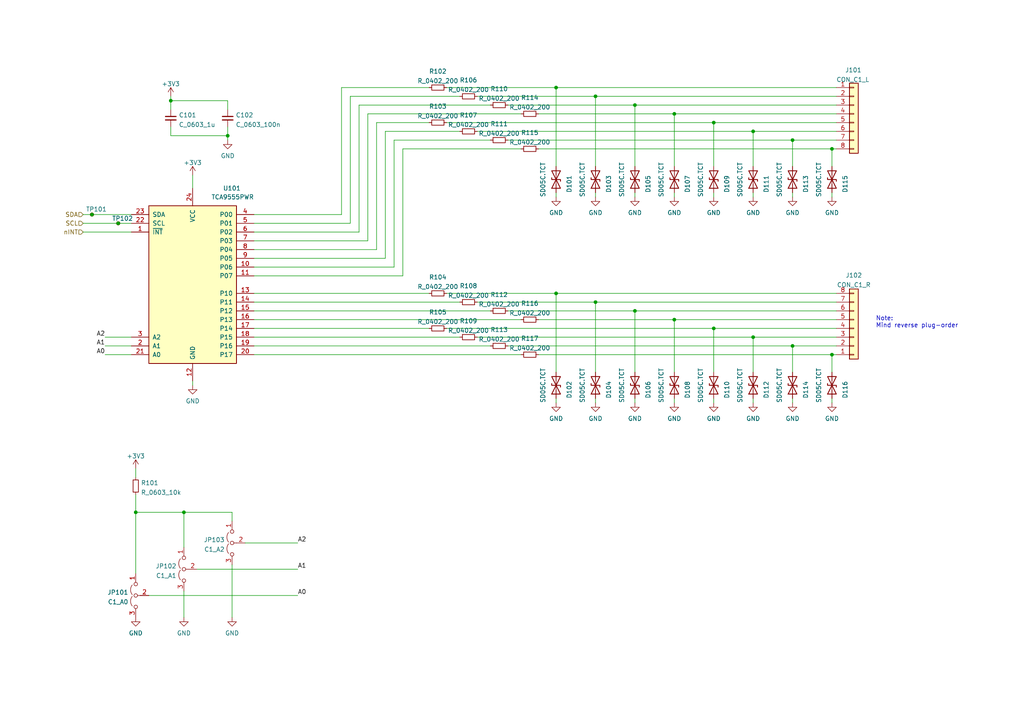
<source format=kicad_sch>
(kicad_sch (version 20231120) (generator "eeschema") (generator_version "8.0")
  (paper "A4")
  (title_block (title "ClickBoard Tester") (date "2023-10-13") (rev "001") (company "Matthias Timo Finding"))
  (lib_symbols
    (symbol "Connector:TestPoint_Small" (pin_numbers hide) (pin_names (offset 0.762) hide)
      (property "Reference" "TP" (at 0 3.81 0))
      (property "Value" "TestPoint_Small" (at 0 2.032 0))
      (symbol "TestPoint_Small_0_1"
        (circle (center 0 0) (radius 0.508))
      )
      (symbol "TestPoint_Small_1_1"
        (pin passive line (at 0 0 90) (length 0) (name "1") (number "1"))
      )
    )
    (symbol "Connector_Generic:Conn_01x08" (pin_names (offset 1.016) hide)
      (property "Reference" "J" (at 0 10.16 0))
      (property "Value" "Conn_01x08" (at 0 -12.7 0))
      (symbol "Conn_01x08_1_1"
        (rectangle (start -1.27 -10.033) (end 0 -10.287) (stroke (width 0.1524)))
        (rectangle (start -1.27 -7.493) (end 0 -7.747) (stroke (width 0.1524)))
        (rectangle (start -1.27 -4.953) (end 0 -5.207) (stroke (width 0.1524)))
        (rectangle (start -1.27 -2.413) (end 0 -2.667) (stroke (width 0.1524)))
        (rectangle (start -1.27 0.127) (end 0 -0.127) (stroke (width 0.1524)))
        (rectangle (start -1.27 2.667) (end 0 2.413) (stroke (width 0.1524)))
        (rectangle (start -1.27 5.207) (end 0 4.953) (stroke (width 0.1524)))
        (rectangle (start -1.27 7.747) (end 0 7.493) (stroke (width 0.1524)))
        (rectangle (start -1.27 8.89) (end 1.27 -11.43) (stroke (width 0.254)) (fill (type background)))
        (pin passive line (at -5.08 7.62 0) (length 3.81) (name "Pin_1") (number "1"))
        (pin passive line (at -5.08 5.08 0) (length 3.81) (name "Pin_2") (number "2"))
        (pin passive line (at -5.08 2.54 0) (length 3.81) (name "Pin_3") (number "3"))
        (pin passive line (at -5.08 0 0) (length 3.81) (name "Pin_4") (number "4"))
        (pin passive line (at -5.08 -2.54 0) (length 3.81) (name "Pin_5") (number "5"))
        (pin passive line (at -5.08 -5.08 0) (length 3.81) (name "Pin_6") (number "6"))
        (pin passive line (at -5.08 -7.62 0) (length 3.81) (name "Pin_7") (number "7"))
        (pin passive line (at -5.08 -10.16 0) (length 3.81) (name "Pin_8") (number "8"))
      )
    )
    (symbol "Device:D_TVS" (pin_numbers hide) (pin_names (offset 1.016) hide)
      (property "Reference" "D" (at 0 2.54 0))
      (property "Value" "D_TVS" (at 0 -2.54 0))
      (symbol "D_TVS_0_1"
        (polyline (pts (xy 1.27 0) (xy -1.27 0)))
        (polyline (pts (xy 0.508 1.27) (xy 0 1.27) (xy 0 -1.27) (xy -0.508 -1.27)) (stroke (width 0.254)))
        (polyline (pts (xy -2.54 1.27) (xy -2.54 -1.27) (xy 2.54 1.27) (xy 2.54 -1.27) (xy -2.54 1.27)) (stroke (width 0.254)))
      )
      (symbol "D_TVS_1_1"
        (pin passive line (at -3.81 0 0) (length 2.54) (name "A1") (number "1"))
        (pin passive line (at 3.81 0 180) (length 2.54) (name "A2") (number "2"))
      )
    )
    (symbol "Interface_Expansion:TCA9555PWR" (pin_names (offset 1.016))
      (property "Reference" "U" (at -11.43 24.13 0))
      (property "Value" "TCA9555PWR" (at 0 0 0))
      (symbol "TCA9555PWR_0_1"
        (rectangle (start -12.7 22.86) (end 12.7 -22.86) (stroke (width 0.254)) (fill (type background)))
      )
      (symbol "TCA9555PWR_1_1"
        (pin open_collector line (at -17.78 15.24 0) (length 5.08) (name "~{INT}") (number "1"))
        (pin bidirectional line (at 17.78 5.08 180) (length 5.08) (name "P06") (number "10"))
        (pin bidirectional line (at 17.78 2.54 180) (length 5.08) (name "P07") (number "11"))
        (pin power_in line (at 0 -27.94 90) (length 5.08) (name "GND") (number "12"))
        (pin bidirectional line (at 17.78 -2.54 180) (length 5.08) (name "P10") (number "13"))
        (pin bidirectional line (at 17.78 -5.08 180) (length 5.08) (name "P11") (number "14"))
        (pin bidirectional line (at 17.78 -7.62 180) (length 5.08) (name "P12") (number "15"))
        (pin bidirectional line (at 17.78 -10.16 180) (length 5.08) (name "P13") (number "16"))
        (pin bidirectional line (at 17.78 -12.7 180) (length 5.08) (name "P14") (number "17"))
        (pin bidirectional line (at 17.78 -15.24 180) (length 5.08) (name "P15") (number "18"))
        (pin bidirectional line (at 17.78 -17.78 180) (length 5.08) (name "P16") (number "19"))
        (pin input line (at -17.78 -17.78 0) (length 5.08) (name "A1") (number "2"))
        (pin bidirectional line (at 17.78 -20.32 180) (length 5.08) (name "P17") (number "20"))
        (pin input line (at -17.78 -20.32 0) (length 5.08) (name "A0") (number "21"))
        (pin input line (at -17.78 17.78 0) (length 5.08) (name "SCL") (number "22"))
        (pin bidirectional line (at -17.78 20.32 0) (length 5.08) (name "SDA") (number "23"))
        (pin power_in line (at 0 27.94 270) (length 5.08) (name "VCC") (number "24"))
        (pin input line (at -17.78 -15.24 0) (length 5.08) (name "A2") (number "3"))
        (pin bidirectional line (at 17.78 20.32 180) (length 5.08) (name "P00") (number "4"))
        (pin bidirectional line (at 17.78 17.78 180) (length 5.08) (name "P01") (number "5"))
        (pin bidirectional line (at 17.78 15.24 180) (length 5.08) (name "P02") (number "6"))
        (pin bidirectional line (at 17.78 12.7 180) (length 5.08) (name "P03") (number "7"))
        (pin bidirectional line (at 17.78 10.16 180) (length 5.08) (name "P04") (number "8"))
        (pin bidirectional line (at 17.78 7.62 180) (length 5.08) (name "P05") (number "9"))
      )
    )
    (symbol "JLCPCB_Capacitors_Basic:C_0603_100n" (pin_numbers hide) (pin_names (offset 0.254) hide)
      (property "Reference" "C" (at 0.762 0.508 0))
      (property "Value" "C_0603_100n" (at 0.254 -2.032 0))
      (symbol "C_0603_100n_0_1"
        (polyline (pts (xy -1.524 -0.508) (xy 1.524 -0.508)) (stroke (width 0.3302)))
        (polyline (pts (xy -1.524 0.508) (xy 1.524 0.508)) (stroke (width 0.3302)))
      )
      (symbol "C_0603_100n_1_1"
        (pin passive line (at 0 2.54 270) (length 2.032) (name "~") (number "1"))
        (pin passive line (at 0 -2.54 90) (length 2.032) (name "~") (number "2"))
      )
    )
    (symbol "JLCPCB_Capacitors_Basic:C_0603_1u" (pin_numbers hide) (pin_names (offset 0.254) hide)
      (property "Reference" "C" (at 0.762 0.508 0))
      (property "Value" "C_0603_1u" (at 0.254 -2.032 0))
      (symbol "C_0603_1u_0_1"
        (polyline (pts (xy -1.524 -0.508) (xy 1.524 -0.508)) (stroke (width 0.3302)))
        (polyline (pts (xy -1.524 0.508) (xy 1.524 0.508)) (stroke (width 0.3302)))
      )
      (symbol "C_0603_1u_1_1"
        (pin passive line (at 0 2.54 270) (length 2.032) (name "~") (number "1"))
        (pin passive line (at 0 -2.54 90) (length 2.032) (name "~") (number "2"))
      )
    )
    (symbol "JLCPCB_Resistors_Basic:R_0402_200" (pin_numbers hide) (pin_names (offset 0.254) hide)
      (property "Reference" "R" (at 0.762 0.508 0))
      (property "Value" "R_0402_200" (at 0.762 -1.016 0))
      (symbol "R_0402_200_0_1"
        (rectangle (start -0.762 1.778) (end 0.762 -1.778) (stroke (width 0.2032)))
      )
      (symbol "R_0402_200_1_1"
        (pin passive line (at 0 2.54 270) (length 0.762) (name "") (number "1"))
        (pin passive line (at 0 -2.54 90) (length 0.762) (name "~") (number "2"))
      )
    )
    (symbol "JLCPCB_Resistors_Basic:R_0603_10k" (pin_numbers hide) (pin_names (offset 0.254) hide)
      (property "Reference" "R" (at 0.762 0.508 0))
      (property "Value" "R_0603_10k" (at 0.762 -1.016 0))
      (symbol "R_0603_10k_0_1"
        (rectangle (start -0.762 1.778) (end 0.762 -1.778) (stroke (width 0.2032)))
      )
      (symbol "R_0603_10k_1_1"
        (pin passive line (at 0 2.54 270) (length 0.762) (name "") (number "1"))
        (pin passive line (at 0 -2.54 90) (length 0.762) (name "~") (number "2"))
      )
    )
    (symbol "Jumper:Jumper_3_Open" (pin_names (offset 0) hide)
      (property "Reference" "JP" (at -2.54 -2.54 0))
      (property "Value" "Jumper_3_Open" (at 0 2.794 0))
      (symbol "Jumper_3_Open_0_0"
        (circle (center -3.302 0) (radius 0.508))
        (circle (center 0 0) (radius 0.508))
        (circle (center 3.302 0) (radius 0.508))
      )
      (symbol "Jumper_3_Open_0_1"
        (arc (start -0.254 1.016) (mid -1.651 1.4992) (end -3.048 1.016))
        (polyline (pts (xy 0 -0.508) (xy 0 -1.27)))
        (arc (start 3.048 1.016) (mid 1.651 1.4992) (end 0.254 1.016))
      )
      (symbol "Jumper_3_Open_1_1"
        (pin passive line (at -6.35 0 0) (length 2.54) (name "A") (number "1"))
        (pin input line (at 0 -3.81 90) (length 2.54) (name "C") (number "2"))
        (pin passive line (at 6.35 0 180) (length 2.54) (name "B") (number "3"))
      )
    )
    (symbol "power:+3V3" (power) (pin_names (offset 0))
      (property "Value" "+3V3" (at 0 3.556 0))
      (symbol "+3V3_0_1"
        (polyline (pts (xy -0.762 1.27) (xy 0 2.54)))
        (polyline (pts (xy 0 0) (xy 0 2.54)))
        (polyline (pts (xy 0 2.54) (xy 0.762 1.27)))
      )
      (symbol "+3V3_1_1"
        (pin power_in line (at 0 0 90) (length 0) hide (name "+3V3") (number "1"))
      )
    )
    (symbol "power:GND" (power) (pin_names (offset 0))
      (property "Value" "GND" (at 0 -3.81 0))
      (symbol "GND_0_1"
        (polyline (pts (xy 0 0) (xy 0 -1.27) (xy 1.27 -1.27) (xy 0 -2.54) (xy -1.27 -1.27) (xy 0 -1.27)))
      )
      (symbol "GND_1_1"
        (pin power_in line (at 0 0 270) (length 0) hide (name "GND") (number "1"))
      )
    )
  )
  (junction (at 218.44 38.1))
  (junction (at 34.29 64.77))
  (junction (at 161.29 85.09))
  (junction (at 241.3 43.18))
  (junction (at 195.58 92.71))
  (junction (at 195.58 33.02))
  (junction (at 172.72 27.94))
  (junction (at 49.53 29.21))
  (junction (at 53.34 148.59))
  (junction (at 229.87 100.33))
  (junction (at 66.04 39.37))
  (junction (at 207.01 95.25))
  (junction (at 161.29 25.4))
  (junction (at 184.15 30.48))
  (junction (at 184.15 90.17))
  (junction (at 218.44 97.79))
  (junction (at 207.01 35.56))
  (junction (at 229.87 40.64))
  (junction (at 241.3 102.87))
  (junction (at 26.67 62.23))
  (junction (at 172.72 87.63))
  (junction (at 39.37 148.59))
  (wire (pts (xy 241.3 102.87) (xy 241.3 107.95)))
  (wire (pts (xy 184.15 90.17) (xy 184.15 107.95)))
  (wire (pts (xy 129.54 95.25) (xy 207.01 95.25)))
  (wire (pts (xy 242.57 40.64) (xy 229.87 40.64)))
  (wire (pts (xy 67.31 163.83) (xy 67.31 179.07)))
  (wire (pts (xy 73.66 64.77) (xy 101.6 64.77)))
  (wire (pts (xy 161.29 55.88) (xy 161.29 57.15)))
  (wire (pts (xy 39.37 166.37) (xy 39.37 148.59)))
  (wire (pts (xy 138.43 38.1) (xy 218.44 38.1)))
  (wire (pts (xy 218.44 38.1) (xy 218.44 48.26)))
  (wire (pts (xy 49.53 29.21) (xy 49.53 31.75)))
  (wire (pts (xy 24.13 67.31) (xy 38.1 67.31)))
  (wire (pts (xy 73.66 62.23) (xy 99.06 62.23)))
  (wire (pts (xy 147.32 90.17) (xy 184.15 90.17)))
  (wire (pts (xy 156.21 43.18) (xy 241.3 43.18)))
  (wire (pts (xy 99.06 25.4) (xy 124.46 25.4)))
  (wire (pts (xy 242.57 30.48) (xy 184.15 30.48)))
  (wire (pts (xy 195.58 33.02) (xy 242.57 33.02)))
  (wire (pts (xy 66.04 39.37) (xy 66.04 40.64)))
  (wire (pts (xy 73.66 80.01) (xy 116.84 80.01)))
  (wire (pts (xy 39.37 148.59) (xy 53.34 148.59)))
  (wire (pts (xy 172.72 27.94) (xy 172.72 48.26)))
  (wire (pts (xy 49.53 36.83) (xy 49.53 39.37)))
  (wire (pts (xy 218.44 97.79) (xy 242.57 97.79)))
  (wire (pts (xy 67.31 151.13) (xy 67.31 148.59)))
  (wire (pts (xy 161.29 25.4) (xy 161.29 48.26)))
  (wire (pts (xy 66.04 31.75) (xy 66.04 29.21)))
  (wire (pts (xy 138.43 27.94) (xy 172.72 27.94)))
  (wire (pts (xy 26.67 62.23) (xy 38.1 62.23)))
  (wire (pts (xy 30.48 97.79) (xy 38.1 97.79)))
  (wire (pts (xy 66.04 29.21) (xy 49.53 29.21)))
  (wire (pts (xy 101.6 64.77) (xy 101.6 27.94)))
  (wire (pts (xy 147.32 100.33) (xy 229.87 100.33)))
  (wire (pts (xy 242.57 95.25) (xy 207.01 95.25)))
  (wire (pts (xy 111.76 38.1) (xy 133.35 38.1)))
  (wire (pts (xy 73.66 69.85) (xy 106.68 69.85)))
  (wire (pts (xy 106.68 69.85) (xy 106.68 33.02)))
  (wire (pts (xy 73.66 67.31) (xy 104.14 67.31)))
  (wire (pts (xy 73.66 90.17) (xy 142.24 90.17)))
  (wire (pts (xy 218.44 55.88) (xy 218.44 57.15)))
  (wire (pts (xy 207.01 115.57) (xy 207.01 116.84)))
  (wire (pts (xy 114.3 40.64) (xy 142.24 40.64)))
  (wire (pts (xy 116.84 43.18) (xy 151.13 43.18)))
  (wire (pts (xy 242.57 35.56) (xy 207.01 35.56)))
  (wire (pts (xy 24.13 62.23) (xy 26.67 62.23)))
  (wire (pts (xy 49.53 39.37) (xy 66.04 39.37)))
  (wire (pts (xy 207.01 35.56) (xy 207.01 48.26)))
  (wire (pts (xy 43.18 172.72) (xy 86.36 172.72)))
  (wire (pts (xy 195.58 92.71) (xy 242.57 92.71)))
  (wire (pts (xy 53.34 148.59) (xy 53.34 158.75)))
  (wire (pts (xy 195.58 55.88) (xy 195.58 57.15)))
  (wire (pts (xy 73.66 102.87) (xy 151.13 102.87)))
  (wire (pts (xy 241.3 115.57) (xy 241.3 116.84)))
  (wire (pts (xy 129.54 85.09) (xy 161.29 85.09)))
  (wire (pts (xy 66.04 39.37) (xy 66.04 36.83)))
  (wire (pts (xy 129.54 25.4) (xy 161.29 25.4)))
  (wire (pts (xy 114.3 40.64) (xy 114.3 77.47)))
  (wire (pts (xy 218.44 97.79) (xy 218.44 107.95)))
  (wire (pts (xy 207.01 55.88) (xy 207.01 57.15)))
  (wire (pts (xy 71.12 157.48) (xy 86.36 157.48)))
  (wire (pts (xy 156.21 92.71) (xy 195.58 92.71)))
  (wire (pts (xy 172.72 87.63) (xy 242.57 87.63)))
  (wire (pts (xy 39.37 138.43) (xy 39.37 135.89)))
  (wire (pts (xy 49.53 27.94) (xy 49.53 29.21)))
  (wire (pts (xy 129.54 35.56) (xy 207.01 35.56)))
  (wire (pts (xy 172.72 87.63) (xy 172.72 107.95)))
  (wire (pts (xy 161.29 115.57) (xy 161.29 116.84)))
  (wire (pts (xy 73.66 97.79) (xy 133.35 97.79)))
  (wire (pts (xy 161.29 85.09) (xy 161.29 107.95)))
  (wire (pts (xy 109.22 35.56) (xy 109.22 72.39)))
  (wire (pts (xy 195.58 115.57) (xy 195.58 116.84)))
  (wire (pts (xy 156.21 33.02) (xy 195.58 33.02)))
  (wire (pts (xy 207.01 95.25) (xy 207.01 107.95)))
  (wire (pts (xy 241.3 102.87) (xy 242.57 102.87)))
  (wire (pts (xy 229.87 100.33) (xy 242.57 100.33)))
  (wire (pts (xy 24.13 64.77) (xy 34.29 64.77)))
  (wire (pts (xy 242.57 85.09) (xy 161.29 85.09)))
  (wire (pts (xy 30.48 102.87) (xy 38.1 102.87)))
  (wire (pts (xy 229.87 55.88) (xy 229.87 57.15)))
  (wire (pts (xy 147.32 40.64) (xy 229.87 40.64)))
  (wire (pts (xy 73.66 74.93) (xy 111.76 74.93)))
  (wire (pts (xy 184.15 55.88) (xy 184.15 57.15)))
  (wire (pts (xy 242.57 90.17) (xy 184.15 90.17)))
  (wire (pts (xy 53.34 148.59) (xy 67.31 148.59)))
  (wire (pts (xy 53.34 171.45) (xy 53.34 179.07)))
  (wire (pts (xy 229.87 115.57) (xy 229.87 116.84)))
  (wire (pts (xy 101.6 27.94) (xy 133.35 27.94)))
  (wire (pts (xy 184.15 115.57) (xy 184.15 116.84)))
  (wire (pts (xy 57.15 165.1) (xy 86.36 165.1)))
  (wire (pts (xy 111.76 74.93) (xy 111.76 38.1)))
  (wire (pts (xy 73.66 85.09) (xy 124.46 85.09)))
  (wire (pts (xy 73.66 100.33) (xy 142.24 100.33)))
  (wire (pts (xy 172.72 55.88) (xy 172.72 57.15)))
  (wire (pts (xy 34.29 64.77) (xy 38.1 64.77)))
  (wire (pts (xy 241.3 43.18) (xy 242.57 43.18)))
  (wire (pts (xy 73.66 95.25) (xy 124.46 95.25)))
  (wire (pts (xy 195.58 92.71) (xy 195.58 107.95)))
  (wire (pts (xy 99.06 25.4) (xy 99.06 62.23)))
  (wire (pts (xy 138.43 97.79) (xy 218.44 97.79)))
  (wire (pts (xy 229.87 40.64) (xy 229.87 48.26)))
  (wire (pts (xy 39.37 148.59) (xy 39.37 143.51)))
  (wire (pts (xy 106.68 33.02) (xy 151.13 33.02)))
  (wire (pts (xy 147.32 30.48) (xy 184.15 30.48)))
  (wire (pts (xy 73.66 87.63) (xy 133.35 87.63)))
  (wire (pts (xy 109.22 35.56) (xy 124.46 35.56)))
  (wire (pts (xy 241.3 43.18) (xy 241.3 48.26)))
  (wire (pts (xy 172.72 115.57) (xy 172.72 116.84)))
  (wire (pts (xy 73.66 92.71) (xy 151.13 92.71)))
  (wire (pts (xy 73.66 72.39) (xy 109.22 72.39)))
  (wire (pts (xy 218.44 38.1) (xy 242.57 38.1)))
  (wire (pts (xy 104.14 30.48) (xy 104.14 67.31)))
  (wire (pts (xy 195.58 33.02) (xy 195.58 48.26)))
  (wire (pts (xy 116.84 80.01) (xy 116.84 43.18)))
  (wire (pts (xy 161.29 25.4) (xy 242.57 25.4)))
  (wire (pts (xy 241.3 55.88) (xy 241.3 57.15)))
  (wire (pts (xy 229.87 100.33) (xy 229.87 107.95)))
  (wire (pts (xy 55.88 110.49) (xy 55.88 111.76)))
  (wire (pts (xy 55.88 50.8) (xy 55.88 54.61)))
  (wire (pts (xy 172.72 27.94) (xy 242.57 27.94)))
  (wire (pts (xy 156.21 102.87) (xy 241.3 102.87)))
  (wire (pts (xy 104.14 30.48) (xy 142.24 30.48)))
  (wire (pts (xy 184.15 30.48) (xy 184.15 48.26)))
  (wire (pts (xy 138.43 87.63) (xy 172.72 87.63)))
  (wire (pts (xy 73.66 77.47) (xy 114.3 77.47)))
  (wire (pts (xy 30.48 100.33) (xy 38.1 100.33)))
  (wire (pts (xy 218.44 115.57) (xy 218.44 116.84)))
  (text "Note:\nMind reverse plug-order\n" (at 254 95.25 0) (effects (font (size 1.27 1.27)) (justify left bottom)))
  (label "A1" (at 30.48 100.33 180))
  (label "A2" (at 86.36 157.48 0))
  (label "A1" (at 86.36 165.1 0))
  (label "A0" (at 30.48 102.87 180))
  (label "A2" (at 30.48 97.79 180))
  (label "A0" (at 86.36 172.72 0))
  (hierarchical_label "nINT" (shape input) (at 24.13 67.31 180))
  (hierarchical_label "SDA" (shape input) (at 24.13 62.23 180))
  (hierarchical_label "SCL" (shape input) (at 24.13 64.77 180))
  (symbol (lib_id "power:GND") (at 39.37 179.07 0) (unit 1)
    (property "Reference" "#PWR0105" (effects (hide yes)))
    (property "Value" "GND" (at 39.37 183.6325 0))
  )
  (symbol (lib_id "JLCPCB_Resistors_Basic:R_0402_200") (at 135.89 38.1 90) (unit 1)
    (property "Reference" "R107" (at 135.89 33.3969 90))
    (property "Value" "R_0402_200" (at 135.89 36.172 90))
    (property "Footprint" "Resistor_SMD:R_0402_1005Metric" (effects (hide yes)))
    (property "Datasheet" "https://datasheet.lcsc.com/lcsc/2110252230_UNI-ROYAL-Uniroyal-Elec-0402WGF2000TCE_C25087.pdf" (effects (hide yes)))
    (property "LCSC Part #" "C25087" (effects (hide yes)))
  )
  (symbol (lib_id "Device:D_TVS") (at 195.58 52.07 90) (unit 1)
    (property "Reference" "D107" (at 199.39 50.8 0) (effects (justify right)))
    (property "Value" "SD05C.TCT" (at 191.77 46.99 0) (effects (justify right)))
    (property "Footprint" "Diode_SMD:D_SOD-323_HandSoldering" (effects (hide yes)))
    (property "LCSC Part #" "C85200" (effects (hide yes)))
  )
  (symbol (lib_id "Connector_Generic:Conn_01x08") (at 247.65 33.02 0) (unit 1)
    (property "Reference" "J101" (at 245.11 20.32 0) (effects (justify left)))
    (property "Value" "CON_C1_L" (at 242.57 23.0951 0) (effects (justify left)))
    (property "Footprint" "Connector_PinHeader_2.54mm:PinHeader_1x08_P2.54mm_Vertical" (effects (hide yes)))
  )
  (symbol (lib_id "Device:D_TVS") (at 229.87 52.07 90) (unit 1)
    (property "Reference" "D113" (at 233.68 50.8 0) (effects (justify right)))
    (property "Value" "SD05C.TCT" (at 226.06 46.99 0) (effects (justify right)))
    (property "Footprint" "Diode_SMD:D_SOD-323_HandSoldering" (effects (hide yes)))
    (property "LCSC Part #" "C85200" (effects (hide yes)))
  )
  (symbol (lib_id "Device:D_TVS") (at 218.44 111.76 90) (unit 1)
    (property "Reference" "D112" (at 222.25 110.49 0) (effects (justify right)))
    (property "Value" "SD05C.TCT" (at 214.63 106.68 0) (effects (justify right)))
    (property "Footprint" "Diode_SMD:D_SOD-323_HandSoldering" (effects (hide yes)))
    (property "LCSC Part #" "C85200" (effects (hide yes)))
  )
  (symbol (lib_id "JLCPCB_Resistors_Basic:R_0603_10k") (at 39.37 140.97 0) (unit 1)
    (property "Reference" "R101" (at 40.8686 140.0615 0) (effects (justify left)))
    (property "Value" "R_0603_10k" (at 40.8686 142.8366 0) (effects (justify left)))
    (property "Footprint" "Resistor_SMD:R_0603_1608Metric" (effects (hide yes)))
    (property "Datasheet" "https://datasheet.lcsc.com/lcsc/2110260030_UNI-ROYAL-Uniroyal-Elec-0603WAF1002T5E_C25804.pdf" (effects (hide yes)))
    (property "LCSC Part #" "C25804" (effects (hide yes)))
  )
  (symbol (lib_id "Device:D_TVS") (at 161.29 111.76 90) (unit 1)
    (property "Reference" "D102" (at 165.1 110.49 0) (effects (justify right)))
    (property "Value" "SD05C.TCT" (at 157.48 106.68 0) (effects (justify right)))
    (property "Footprint" "Diode_SMD:D_SOD-323_HandSoldering" (effects (hide yes)))
    (property "LCSC Part #" "C85200" (effects (hide yes)))
  )
  (symbol (lib_id "JLCPCB_Capacitors_Basic:C_0603_100n") (at 66.04 34.29 0) (unit 1)
    (property "Reference" "C102" (at 68.3641 33.3815 0) (effects (justify left)))
    (property "Value" "C_0603_100n" (at 68.3641 36.1566 0) (effects (justify left)))
    (property "Footprint" "Capacitor_SMD:C_0603_1608Metric" (effects (hide yes)))
    (property "Datasheet" "https://datasheet.lcsc.com/lcsc/1809301912_YAGEO-CC0603KRX7R9BB104_C14663.pdf" (effects (hide yes)))
    (property "LCSC Part #" "C14663" (effects (hide yes)))
  )
  (symbol (lib_id "JLCPCB_Resistors_Basic:R_0402_200") (at 153.67 102.87 90) (unit 1)
    (property "Reference" "R117" (at 153.67 98.1669 90))
    (property "Value" "R_0402_200" (at 153.67 100.942 90))
    (property "Footprint" "Resistor_SMD:R_0402_1005Metric" (effects (hide yes)))
    (property "Datasheet" "https://datasheet.lcsc.com/lcsc/2110252230_UNI-ROYAL-Uniroyal-Elec-0402WGF2000TCE_C25087.pdf" (effects (hide yes)))
    (property "LCSC Part #" "C25087" (effects (hide yes)))
  )
  (symbol (lib_id "power:GND") (at 218.44 116.84 0) (unit 1)
    (property "Reference" "#PWR0120" (effects (hide yes)))
    (property "Value" "GND" (at 218.44 121.4025 0))
  )
  (symbol (lib_id "power:GND") (at 229.87 116.84 0) (unit 1)
    (property "Reference" "#PWR0122" (effects (hide yes)))
    (property "Value" "GND" (at 229.87 121.4025 0))
  )
  (symbol (lib_id "JLCPCB_Resistors_Basic:R_0402_200") (at 127 25.4 90) (unit 1)
    (property "Reference" "R102" (at 127 20.6969 90))
    (property "Value" "R_0402_200" (at 127 23.472 90))
    (property "Footprint" "Resistor_SMD:R_0402_1005Metric" (effects (hide yes)))
    (property "Datasheet" "https://datasheet.lcsc.com/lcsc/2110252230_UNI-ROYAL-Uniroyal-Elec-0402WGF2000TCE_C25087.pdf" (effects (hide yes)))
    (property "LCSC Part #" "C25087" (effects (hide yes)))
  )
  (symbol (lib_id "JLCPCB_Resistors_Basic:R_0402_200") (at 144.78 90.17 90) (unit 1)
    (property "Reference" "R112" (at 144.78 85.4669 90))
    (property "Value" "R_0402_200" (at 144.78 88.242 90))
    (property "Footprint" "Resistor_SMD:R_0402_1005Metric" (effects (hide yes)))
    (property "Datasheet" "https://datasheet.lcsc.com/lcsc/2110252230_UNI-ROYAL-Uniroyal-Elec-0402WGF2000TCE_C25087.pdf" (effects (hide yes)))
    (property "LCSC Part #" "C25087" (effects (hide yes)))
  )
  (symbol (lib_id "Connector:TestPoint_Small") (at 34.29 64.77 0) (unit 1)
    (property "Reference" "TP102" (at 32.4963 63.3668 0) (effects (justify left)))
    (property "Value" "TestPoint_Small" (effects (hide yes)))
    (property "Footprint" "TestPoint:TestPoint_Pad_D1.0mm" (effects (hide yes)))
  )
  (symbol (lib_id "Jumper:Jumper_3_Open") (at 67.31 157.48 90) (mirror x) (unit 1)
    (property "Reference" "JP103" (at 65.1758 156.5715 90) (effects (justify left)))
    (property "Value" "C1_A2" (at 65.1758 159.3466 90) (effects (justify left)))
    (property "Footprint" "Jumper:SolderJumper-3_P1.3mm_Open_RoundedPad1.0x1.5mm" (effects (hide yes)))
  )
  (symbol (lib_id "power:GND") (at 67.31 179.07 0) (unit 1)
    (property "Reference" "#PWR0108" (effects (hide yes)))
    (property "Value" "GND" (at 67.31 183.6325 0))
  )
  (symbol (lib_id "power:GND") (at 66.04 40.64 0) (unit 1)
    (property "Reference" "#PWR0106" (effects (hide yes)))
    (property "Value" "GND" (at 66.04 45.2025 0))
  )
  (symbol (lib_id "Device:D_TVS") (at 184.15 111.76 90) (unit 1)
    (property "Reference" "D106" (at 187.96 110.49 0) (effects (justify right)))
    (property "Value" "SD05C.TCT" (at 180.34 106.68 0) (effects (justify right)))
    (property "Footprint" "Diode_SMD:D_SOD-323_HandSoldering" (effects (hide yes)))
    (property "LCSC Part #" "C85200" (effects (hide yes)))
  )
  (symbol (lib_id "power:GND") (at 184.15 57.15 0) (unit 1)
    (property "Reference" "#PWR0113" (effects (hide yes)))
    (property "Value" "GND" (at 184.15 61.7125 0))
  )
  (symbol (lib_id "power:GND") (at 172.72 116.84 0) (unit 1)
    (property "Reference" "#PWR0112" (effects (hide yes)))
    (property "Value" "GND" (at 172.72 121.4025 0))
  )
  (symbol (lib_id "power:GND") (at 241.3 116.84 0) (unit 1)
    (property "Reference" "#PWR0124" (effects (hide yes)))
    (property "Value" "GND" (at 241.3 121.4025 0))
  )
  (symbol (lib_id "power:+3V3") (at 49.53 27.94 0) (unit 1)
    (property "Reference" "#PWR0101" (effects (hide yes)))
    (property "Value" "+3V3" (at 49.53 24.3355 0))
  )
  (symbol (lib_id "power:GND") (at 161.29 116.84 0) (unit 1)
    (property "Reference" "#PWR0110" (effects (hide yes)))
    (property "Value" "GND" (at 161.29 121.4025 0))
  )
  (symbol (lib_id "JLCPCB_Resistors_Basic:R_0402_200") (at 135.89 97.79 90) (unit 1)
    (property "Reference" "R109" (at 135.89 93.0869 90))
    (property "Value" "R_0402_200" (at 135.89 95.862 90))
    (property "Footprint" "Resistor_SMD:R_0402_1005Metric" (effects (hide yes)))
    (property "Datasheet" "https://datasheet.lcsc.com/lcsc/2110252230_UNI-ROYAL-Uniroyal-Elec-0402WGF2000TCE_C25087.pdf" (effects (hide yes)))
    (property "LCSC Part #" "C25087" (effects (hide yes)))
  )
  (symbol (lib_id "Device:D_TVS") (at 172.72 111.76 90) (unit 1)
    (property "Reference" "D104" (at 176.53 110.49 0) (effects (justify right)))
    (property "Value" "SD05C.TCT" (at 168.91 106.68 0) (effects (justify right)))
    (property "Footprint" "Diode_SMD:D_SOD-323_HandSoldering" (effects (hide yes)))
    (property "LCSC Part #" "C85200" (effects (hide yes)))
  )
  (symbol (lib_id "Jumper:Jumper_3_Open") (at 53.34 165.1 90) (mirror x) (unit 1)
    (property "Reference" "JP102" (at 51.2058 164.1915 90) (effects (justify left)))
    (property "Value" "C1_A1" (at 51.2058 166.9666 90) (effects (justify left)))
    (property "Footprint" "Jumper:SolderJumper-3_P1.3mm_Open_RoundedPad1.0x1.5mm" (effects (hide yes)))
  )
  (symbol (lib_id "power:GND") (at 53.34 179.07 0) (unit 1)
    (property "Reference" "#PWR0107" (effects (hide yes)))
    (property "Value" "GND" (at 53.34 183.6325 0))
  )
  (symbol (lib_id "JLCPCB_Resistors_Basic:R_0402_200") (at 153.67 43.18 90) (unit 1)
    (property "Reference" "R115" (at 153.67 38.4769 90))
    (property "Value" "R_0402_200" (at 153.67 41.252 90))
    (property "Footprint" "Resistor_SMD:R_0402_1005Metric" (effects (hide yes)))
    (property "Datasheet" "https://datasheet.lcsc.com/lcsc/2110252230_UNI-ROYAL-Uniroyal-Elec-0402WGF2000TCE_C25087.pdf" (effects (hide yes)))
    (property "LCSC Part #" "C25087" (effects (hide yes)))
  )
  (symbol (lib_id "power:+3V3") (at 55.88 50.8 0) (unit 1)
    (property "Reference" "#PWR0102" (effects (hide yes)))
    (property "Value" "+3V3" (at 55.88 47.1955 0))
  )
  (symbol (lib_id "power:GND") (at 55.88 111.76 0) (unit 1)
    (property "Reference" "#PWR0103" (effects (hide yes)))
    (property "Value" "GND" (at 55.88 116.3225 0))
  )
  (symbol (lib_id "Device:D_TVS") (at 161.29 52.07 90) (unit 1)
    (property "Reference" "D101" (at 165.1 50.8 0) (effects (justify right)))
    (property "Value" "SD05C.TCT" (at 157.48 46.99 0) (effects (justify right)))
    (property "Footprint" "Diode_SMD:D_SOD-323_HandSoldering" (effects (hide yes)))
    (property "LCSC Part #" "C85200" (effects (hide yes)))
  )
  (symbol (lib_id "power:GND") (at 218.44 57.15 0) (unit 1)
    (property "Reference" "#PWR0119" (effects (hide yes)))
    (property "Value" "GND" (at 218.44 61.7125 0))
  )
  (symbol (lib_id "power:GND") (at 161.29 57.15 0) (unit 1)
    (property "Reference" "#PWR0109" (effects (hide yes)))
    (property "Value" "GND" (at 161.29 61.7125 0))
  )
  (symbol (lib_id "Device:D_TVS") (at 241.3 52.07 90) (unit 1)
    (property "Reference" "D115" (at 245.11 50.8 0) (effects (justify right)))
    (property "Value" "SD05C.TCT" (at 237.49 46.99 0) (effects (justify right)))
    (property "Footprint" "Diode_SMD:D_SOD-323_HandSoldering" (effects (hide yes)))
    (property "LCSC Part #" "C85200" (effects (hide yes)))
  )
  (symbol (lib_id "Device:D_TVS") (at 241.3 111.76 90) (unit 1)
    (property "Reference" "D116" (at 245.11 110.49 0) (effects (justify right)))
    (property "Value" "SD05C.TCT" (at 237.49 106.68 0) (effects (justify right)))
    (property "Footprint" "Diode_SMD:D_SOD-323_HandSoldering" (effects (hide yes)))
    (property "LCSC Part #" "C85200" (effects (hide yes)))
  )
  (symbol (lib_id "Connector_Generic:Conn_01x08") (at 247.65 95.25 0) (mirror x) (unit 1)
    (property "Reference" "J102" (at 247.65 79.8535 0))
    (property "Value" "CON_C1_R" (at 247.65 82.6286 0))
    (property "Footprint" "Connector_PinHeader_2.54mm:PinHeader_1x08_P2.54mm_Vertical" (effects (hide yes)))
  )
  (symbol (lib_id "JLCPCB_Resistors_Basic:R_0402_200") (at 127 85.09 90) (unit 1)
    (property "Reference" "R104" (at 127 80.3869 90))
    (property "Value" "R_0402_200" (at 127 83.162 90))
    (property "Footprint" "Resistor_SMD:R_0402_1005Metric" (effects (hide yes)))
    (property "Datasheet" "https://datasheet.lcsc.com/lcsc/2110252230_UNI-ROYAL-Uniroyal-Elec-0402WGF2000TCE_C25087.pdf" (effects (hide yes)))
    (property "LCSC Part #" "C25087" (effects (hide yes)))
  )
  (symbol (lib_id "power:GND") (at 184.15 116.84 0) (unit 1)
    (property "Reference" "#PWR0114" (effects (hide yes)))
    (property "Value" "GND" (at 184.15 121.4025 0))
  )
  (symbol (lib_id "power:GND") (at 207.01 116.84 0) (unit 1)
    (property "Reference" "#PWR0118" (effects (hide yes)))
    (property "Value" "GND" (at 207.01 121.4025 0))
  )
  (symbol (lib_id "Device:D_TVS") (at 195.58 111.76 90) (unit 1)
    (property "Reference" "D108" (at 199.39 110.49 0) (effects (justify right)))
    (property "Value" "SD05C.TCT" (at 191.77 106.68 0) (effects (justify right)))
    (property "Footprint" "Diode_SMD:D_SOD-323_HandSoldering" (effects (hide yes)))
    (property "LCSC Part #" "C85200" (effects (hide yes)))
  )
  (symbol (lib_id "power:GND") (at 195.58 116.84 0) (unit 1)
    (property "Reference" "#PWR0116" (effects (hide yes)))
    (property "Value" "GND" (at 195.58 121.4025 0))
  )
  (symbol (lib_id "power:GND") (at 195.58 57.15 0) (unit 1)
    (property "Reference" "#PWR0115" (effects (hide yes)))
    (property "Value" "GND" (at 195.58 61.7125 0))
  )
  (symbol (lib_id "Device:D_TVS") (at 218.44 52.07 90) (unit 1)
    (property "Reference" "D111" (at 222.25 50.8 0) (effects (justify right)))
    (property "Value" "SD05C.TCT" (at 214.63 46.99 0) (effects (justify right)))
    (property "Footprint" "Diode_SMD:D_SOD-323_HandSoldering" (effects (hide yes)))
    (property "LCSC Part #" "C85200" (effects (hide yes)))
  )
  (symbol (lib_id "Interface_Expansion:TCA9555PWR") (at 55.88 82.55 0) (unit 1)
    (property "Reference" "U101" (at 69.85 54.61 0) (effects (justify right)))
    (property "Value" "TCA9555PWR" (at 73.66 57.15 0) (effects (justify right)))
    (property "Footprint" "Package_SO:TSSOP-24_4.4x7.8mm_P0.65mm" (effects (hide yes)))
    (property "Datasheet" "http://www.ti.com/lit/ds/symlink/tca9555.pdf" (effects (hide yes)))
  )
  (symbol (lib_id "Device:D_TVS") (at 207.01 52.07 90) (unit 1)
    (property "Reference" "D109" (at 210.82 50.8 0) (effects (justify right)))
    (property "Value" "SD05C.TCT" (at 203.2 46.99 0) (effects (justify right)))
    (property "Footprint" "Diode_SMD:D_SOD-323_HandSoldering" (effects (hide yes)))
    (property "LCSC Part #" "C85200" (effects (hide yes)))
  )
  (symbol (lib_id "power:GND") (at 241.3 57.15 0) (unit 1)
    (property "Reference" "#PWR0123" (effects (hide yes)))
    (property "Value" "GND" (at 241.3 61.7125 0))
  )
  (symbol (lib_id "Jumper:Jumper_3_Open") (at 39.37 172.72 90) (mirror x) (unit 1)
    (property "Reference" "JP101" (at 37.2358 171.8115 90) (effects (justify left)))
    (property "Value" "C1_A0" (at 37.2358 174.5866 90) (effects (justify left)))
    (property "Footprint" "Jumper:SolderJumper-3_P1.3mm_Open_RoundedPad1.0x1.5mm" (effects (hide yes)))
  )
  (symbol (lib_id "JLCPCB_Resistors_Basic:R_0402_200") (at 135.89 27.94 90) (unit 1)
    (property "Reference" "R106" (at 135.89 23.2369 90))
    (property "Value" "R_0402_200" (at 135.89 26.012 90))
    (property "Footprint" "Resistor_SMD:R_0402_1005Metric" (effects (hide yes)))
    (property "Datasheet" "https://datasheet.lcsc.com/lcsc/2110252230_UNI-ROYAL-Uniroyal-Elec-0402WGF2000TCE_C25087.pdf" (effects (hide yes)))
    (property "LCSC Part #" "C25087" (effects (hide yes)))
  )
  (symbol (lib_id "JLCPCB_Resistors_Basic:R_0402_200") (at 144.78 40.64 90) (unit 1)
    (property "Reference" "R111" (at 144.78 35.9369 90))
    (property "Value" "R_0402_200" (at 144.78 38.712 90))
    (property "Footprint" "Resistor_SMD:R_0402_1005Metric" (effects (hide yes)))
    (property "Datasheet" "https://datasheet.lcsc.com/lcsc/2110252230_UNI-ROYAL-Uniroyal-Elec-0402WGF2000TCE_C25087.pdf" (effects (hide yes)))
    (property "LCSC Part #" "C25087" (effects (hide yes)))
  )
  (symbol (lib_id "Device:D_TVS") (at 207.01 111.76 90) (unit 1)
    (property "Reference" "D110" (at 210.82 110.49 0) (effects (justify right)))
    (property "Value" "SD05C.TCT" (at 203.2 106.68 0) (effects (justify right)))
    (property "Footprint" "Diode_SMD:D_SOD-323_HandSoldering" (effects (hide yes)))
    (property "LCSC Part #" "C85200" (effects (hide yes)))
  )
  (symbol (lib_id "Connector:TestPoint_Small") (at 26.67 62.23 0) (unit 1)
    (property "Reference" "TP101" (at 24.9082 60.6863 0) (effects (justify left)))
    (property "Value" "TestPoint_Small" (effects (hide yes)))
    (property "Footprint" "TestPoint:TestPoint_Pad_D1.0mm" (effects (hide yes)))
  )
  (symbol (lib_id "Device:D_TVS") (at 172.72 52.07 90) (unit 1)
    (property "Reference" "D103" (at 176.53 50.8 0) (effects (justify right)))
    (property "Value" "SD05C.TCT" (at 168.91 46.99 0) (effects (justify right)))
    (property "Footprint" "Diode_SMD:D_SOD-323_HandSoldering" (effects (hide yes)))
    (property "LCSC Part #" "C85200" (effects (hide yes)))
  )
  (symbol (lib_id "power:GND") (at 229.87 57.15 0) (unit 1)
    (property "Reference" "#PWR0121" (effects (hide yes)))
    (property "Value" "GND" (at 229.87 61.7125 0))
  )
  (symbol (lib_id "JLCPCB_Resistors_Basic:R_0402_200") (at 153.67 33.02 90) (unit 1)
    (property "Reference" "R114" (at 153.67 28.3169 90))
    (property "Value" "R_0402_200" (at 153.67 31.092 90))
    (property "Footprint" "Resistor_SMD:R_0402_1005Metric" (effects (hide yes)))
    (property "Datasheet" "https://datasheet.lcsc.com/lcsc/2110252230_UNI-ROYAL-Uniroyal-Elec-0402WGF2000TCE_C25087.pdf" (effects (hide yes)))
    (property "LCSC Part #" "C25087" (effects (hide yes)))
  )
  (symbol (lib_id "JLCPCB_Resistors_Basic:R_0402_200") (at 144.78 30.48 90) (unit 1)
    (property "Reference" "R110" (at 144.78 25.7769 90))
    (property "Value" "R_0402_200" (at 144.78 28.552 90))
    (property "Footprint" "Resistor_SMD:R_0402_1005Metric" (effects (hide yes)))
    (property "Datasheet" "https://datasheet.lcsc.com/lcsc/2110252230_UNI-ROYAL-Uniroyal-Elec-0402WGF2000TCE_C25087.pdf" (effects (hide yes)))
    (property "LCSC Part #" "C25087" (effects (hide yes)))
  )
  (symbol (lib_id "JLCPCB_Resistors_Basic:R_0402_200") (at 153.67 92.71 90) (unit 1)
    (property "Reference" "R116" (at 153.67 88.0069 90))
    (property "Value" "R_0402_200" (at 153.67 90.782 90))
    (property "Footprint" "Resistor_SMD:R_0402_1005Metric" (effects (hide yes)))
    (property "Datasheet" "https://datasheet.lcsc.com/lcsc/2110252230_UNI-ROYAL-Uniroyal-Elec-0402WGF2000TCE_C25087.pdf" (effects (hide yes)))
    (property "LCSC Part #" "C25087" (effects (hide yes)))
  )
  (symbol (lib_id "power:+3V3") (at 39.37 135.89 0) (unit 1)
    (property "Reference" "#PWR0104" (effects (hide yes)))
    (property "Value" "+3V3" (at 39.37 132.2855 0))
  )
  (symbol (lib_id "JLCPCB_Resistors_Basic:R_0402_200") (at 144.78 100.33 90) (unit 1)
    (property "Reference" "R113" (at 144.78 95.6269 90))
    (property "Value" "R_0402_200" (at 144.78 98.402 90))
    (property "Footprint" "Resistor_SMD:R_0402_1005Metric" (effects (hide yes)))
    (property "Datasheet" "https://datasheet.lcsc.com/lcsc/2110252230_UNI-ROYAL-Uniroyal-Elec-0402WGF2000TCE_C25087.pdf" (effects (hide yes)))
    (property "LCSC Part #" "C25087" (effects (hide yes)))
  )
  (symbol (lib_id "power:GND") (at 207.01 57.15 0) (unit 1)
    (property "Reference" "#PWR0117" (effects (hide yes)))
    (property "Value" "GND" (at 207.01 61.7125 0))
  )
  (symbol (lib_id "JLCPCB_Resistors_Basic:R_0402_200") (at 127 35.56 90) (unit 1)
    (property "Reference" "R103" (at 127 30.8569 90))
    (property "Value" "R_0402_200" (at 127 33.632 90))
    (property "Footprint" "Resistor_SMD:R_0402_1005Metric" (effects (hide yes)))
    (property "Datasheet" "https://datasheet.lcsc.com/lcsc/2110252230_UNI-ROYAL-Uniroyal-Elec-0402WGF2000TCE_C25087.pdf" (effects (hide yes)))
    (property "LCSC Part #" "C25087" (effects (hide yes)))
  )
  (symbol (lib_id "JLCPCB_Resistors_Basic:R_0402_200") (at 135.89 87.63 90) (unit 1)
    (property "Reference" "R108" (at 135.89 82.9269 90))
    (property "Value" "R_0402_200" (at 135.89 85.702 90))
    (property "Footprint" "Resistor_SMD:R_0402_1005Metric" (effects (hide yes)))
    (property "Datasheet" "https://datasheet.lcsc.com/lcsc/2110252230_UNI-ROYAL-Uniroyal-Elec-0402WGF2000TCE_C25087.pdf" (effects (hide yes)))
    (property "LCSC Part #" "C25087" (effects (hide yes)))
  )
  (symbol (lib_id "power:GND") (at 172.72 57.15 0) (unit 1)
    (property "Reference" "#PWR0111" (effects (hide yes)))
    (property "Value" "GND" (at 172.72 61.7125 0))
  )
  (symbol (lib_id "JLCPCB_Resistors_Basic:R_0402_200") (at 127 95.25 90) (unit 1)
    (property "Reference" "R105" (at 127 90.5469 90))
    (property "Value" "R_0402_200" (at 127 93.322 90))
    (property "Footprint" "Resistor_SMD:R_0402_1005Metric" (effects (hide yes)))
    (property "Datasheet" "https://datasheet.lcsc.com/lcsc/2110252230_UNI-ROYAL-Uniroyal-Elec-0402WGF2000TCE_C25087.pdf" (effects (hide yes)))
    (property "LCSC Part #" "C25087" (effects (hide yes)))
  )
  (symbol (lib_id "Device:D_TVS") (at 184.15 52.07 90) (unit 1)
    (property "Reference" "D105" (at 187.96 50.8 0) (effects (justify right)))
    (property "Value" "SD05C.TCT" (at 180.34 46.99 0) (effects (justify right)))
    (property "Footprint" "Diode_SMD:D_SOD-323_HandSoldering" (effects (hide yes)))
    (property "LCSC Part #" "C85200" (effects (hide yes)))
  )
  (symbol (lib_id "JLCPCB_Capacitors_Basic:C_0603_1u") (at 49.53 34.29 0) (unit 1)
    (property "Reference" "C101" (at 51.8541 33.3815 0) (effects (justify left)))
    (property "Value" "C_0603_1u" (at 51.8541 36.1566 0) (effects (justify left)))
    (property "Footprint" "Capacitor_SMD:C_0603_1608Metric" (effects (hide yes)))
    (property "Datasheet" "https://datasheet.lcsc.com/lcsc/1810261812_Samsung-Electro-Mechanics-CL10A105KB8NNNC_C15849.pdf" (effects (hide yes)))
    (property "LCSC Part #" "C15849" (effects (hide yes)))
  )
  (symbol (lib_id "Device:D_TVS") (at 229.87 111.76 90) (unit 1)
    (property "Reference" "D114" (at 233.68 110.49 0) (effects (justify right)))
    (property "Value" "SD05C.TCT" (at 226.06 106.68 0) (effects (justify right)))
    (property "Footprint" "Diode_SMD:D_SOD-323_HandSoldering" (effects (hide yes)))
    (property "LCSC Part #" "C85200" (effects (hide yes)))
  )
)
</source>
